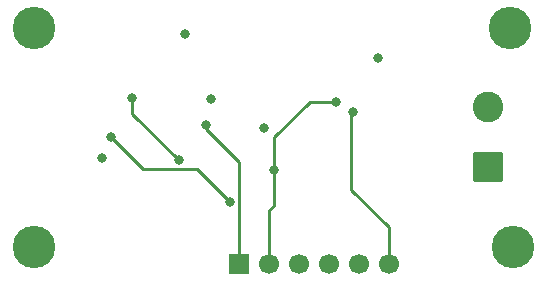
<source format=gbr>
%TF.GenerationSoftware,KiCad,Pcbnew,9.0.3*%
%TF.CreationDate,2025-10-25T21:42:41-05:00*%
%TF.ProjectId,VoltmeterFrontEnd,566f6c74-6d65-4746-9572-46726f6e7445,rev?*%
%TF.SameCoordinates,Original*%
%TF.FileFunction,Copper,L2,Inr*%
%TF.FilePolarity,Positive*%
%FSLAX46Y46*%
G04 Gerber Fmt 4.6, Leading zero omitted, Abs format (unit mm)*
G04 Created by KiCad (PCBNEW 9.0.3) date 2025-10-25 21:42:41*
%MOMM*%
%LPD*%
G01*
G04 APERTURE LIST*
G04 Aperture macros list*
%AMRoundRect*
0 Rectangle with rounded corners*
0 $1 Rounding radius*
0 $2 $3 $4 $5 $6 $7 $8 $9 X,Y pos of 4 corners*
0 Add a 4 corners polygon primitive as box body*
4,1,4,$2,$3,$4,$5,$6,$7,$8,$9,$2,$3,0*
0 Add four circle primitives for the rounded corners*
1,1,$1+$1,$2,$3*
1,1,$1+$1,$4,$5*
1,1,$1+$1,$6,$7*
1,1,$1+$1,$8,$9*
0 Add four rect primitives between the rounded corners*
20,1,$1+$1,$2,$3,$4,$5,0*
20,1,$1+$1,$4,$5,$6,$7,0*
20,1,$1+$1,$6,$7,$8,$9,0*
20,1,$1+$1,$8,$9,$2,$3,0*%
G04 Aperture macros list end*
%TA.AperFunction,ComponentPad*%
%ADD10C,2.600000*%
%TD*%
%TA.AperFunction,ComponentPad*%
%ADD11RoundRect,0.250000X1.050000X-1.050000X1.050000X1.050000X-1.050000X1.050000X-1.050000X-1.050000X0*%
%TD*%
%TA.AperFunction,ComponentPad*%
%ADD12C,3.600000*%
%TD*%
%TA.AperFunction,ComponentPad*%
%ADD13R,1.700000X1.700000*%
%TD*%
%TA.AperFunction,ComponentPad*%
%ADD14C,1.700000*%
%TD*%
%TA.AperFunction,ViaPad*%
%ADD15C,0.800000*%
%TD*%
%TA.AperFunction,Conductor*%
%ADD16C,0.250000*%
%TD*%
G04 APERTURE END LIST*
D10*
%TO.N,V_Input_Float*%
%TO.C,J15*%
X132417500Y-72217000D03*
D11*
%TO.N,V_Input_REF*%
X132417500Y-77297000D03*
%TD*%
D12*
%TO.N,N/C*%
%TO.C,H4*%
X94000000Y-84000000D03*
%TD*%
%TO.N,N/C*%
%TO.C,H3*%
X134500000Y-84000000D03*
%TD*%
%TO.N,N/C*%
%TO.C,H2*%
X134250000Y-65500000D03*
%TD*%
%TO.N,N/C*%
%TO.C,H1*%
X94000000Y-65500000D03*
%TD*%
D13*
%TO.N,+9V*%
%TO.C,J1*%
X111296000Y-85502000D03*
D14*
%TO.N,VDD*%
X113836000Y-85502000D03*
%TO.N,GND*%
X116376000Y-85502000D03*
%TO.N,MOSFET_Ctrl*%
X118916000Y-85502000D03*
%TO.N,/V Ref to ADS-0*%
X121456000Y-85502000D03*
%TO.N,/ADC-1*%
X123996000Y-85502000D03*
%TD*%
D15*
%TO.N,GND*%
X106750000Y-66000000D03*
X123086000Y-68002000D03*
X109000000Y-71500000D03*
X99746000Y-76532000D03*
X113481500Y-74002000D03*
%TO.N,+9V*%
X108500000Y-73750000D03*
%TO.N,MOSFET_Ctrl*%
X100508000Y-74754000D03*
X110571000Y-80252000D03*
%TO.N,VDD*%
X119586000Y-71752000D03*
X102286000Y-71452000D03*
X114336000Y-77502000D03*
X106244313Y-76697843D03*
%TO.N,/ADC-1*%
X120961000Y-72627000D03*
%TD*%
D16*
%TO.N,+9V*%
X111296000Y-76833000D02*
X111296000Y-85502000D01*
X108500000Y-74037000D02*
X111296000Y-76833000D01*
X108500000Y-73750000D02*
X108500000Y-74037000D01*
%TO.N,MOSFET_Ctrl*%
X107748171Y-77423843D02*
X103177843Y-77423843D01*
X109650328Y-79326000D02*
X107748171Y-77423843D01*
X109650328Y-79331328D02*
X109650328Y-79326000D01*
X103177843Y-77423843D02*
X100508000Y-74754000D01*
X110571000Y-80252000D02*
X109650328Y-79331328D01*
%TO.N,VDD*%
X102286000Y-72739530D02*
X106244313Y-76697843D01*
X114336000Y-80502000D02*
X113836000Y-81002000D01*
X114336000Y-77502000D02*
X114336000Y-74752000D01*
X114336000Y-77502000D02*
X114336000Y-80502000D01*
X113836000Y-81002000D02*
X113836000Y-85502000D01*
X102286000Y-71452000D02*
X102286000Y-72739530D01*
X117336000Y-71752000D02*
X119586000Y-71752000D01*
X114336000Y-74752000D02*
X117336000Y-71752000D01*
%TO.N,/ADC-1*%
X120961000Y-72627000D02*
X120836000Y-72752000D01*
X120836000Y-72752000D02*
X120836000Y-79212000D01*
X123996000Y-82372000D02*
X123996000Y-85502000D01*
X120836000Y-79212000D02*
X123996000Y-82372000D01*
%TD*%
M02*

</source>
